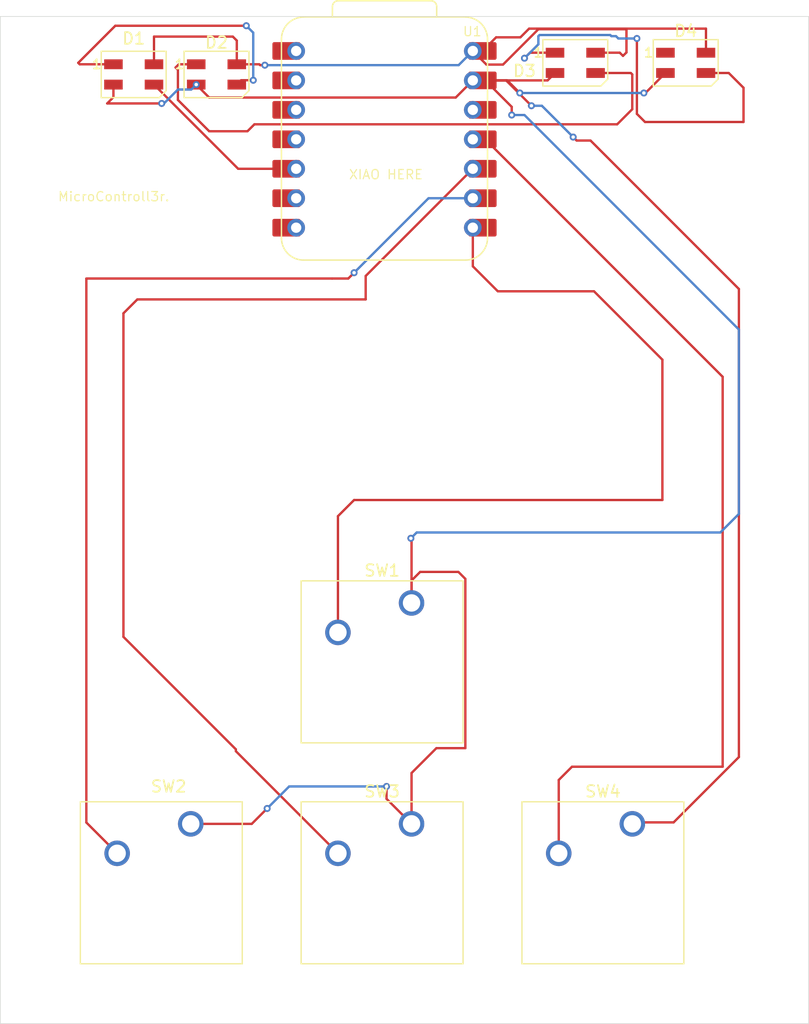
<source format=kicad_pcb>
(kicad_pcb (version 20241229) (generator "pcbnew") (generator_version "9.0")
  (layers (0 "F.Cu" signal) (2 "B.Cu" signal) (13 "F.Paste" user) (15 "B.Paste" user) (5 "F.SilkS" user "F.Silkscreen") (7 "B.SilkS" user "B.Silkscreen") (1 "F.Mask" user) (3 "B.Mask" user) (25 "Edge.Cuts" user))
  (net 0 "")
  (net 1 "Net-(D1-DOUT)")
  (net 2 "GND")
  (net 3 "+5V")
  (net 4 "Net-(D1-DIN)")
  (net 5 "Net-(D2-DOUT)")
  (net 6 "Net-(D3-DOUT)")
  (net 8 "Net-(U1-GPIO1{slash}RX)")
  (net 9 "Net-(U1-GPIO2{slash}SCK)")
  (net 10 "Net-(U1-GPIO4{slash}MISO)")
  (net 11 "Net-(U1-GPIO3{slash}MOSI)")
  (footprint "Button_Switch_Keyboard:SW_Cherry_MX_1.00u_PCB" (layer "F.Cu") (at 192.3575 120.62625)
    (property "Reference" "SW3" (at -2.54 -2.794 0) (layer "F.SilkS"))
    (property "Value" "SW_Push")
    (fp_line (start -9.525 -1.905) (end 4.445 -1.905) (stroke (width 0.12)) (layer "F.SilkS"))
    (fp_line (start -9.525 12.065) (end -9.525 -1.905) (stroke (width 0.12)) (layer "F.SilkS"))
    (fp_line (start 4.445 -1.905) (end 4.445 12.065) (stroke (width 0.12)) (layer "F.SilkS"))
    (fp_line (start 4.445 12.065) (end -9.525 12.065) (stroke (width 0.12)) (layer "F.SilkS"))
    (pad "" np_thru_hole circle (at -7.62 5.08) (size 1.7 1.7) (drill 1.7) (layers "*.Cu" "*.Mask"))
    (pad "" np_thru_hole circle (at -2.54 5.08) (size 4 4) (drill 4) (layers "*.Cu" "*.Mask"))
    (pad "" np_thru_hole circle (at 2.54 5.08) (size 1.7 1.7) (drill 1.7) (layers "*.Cu" "*.Mask"))
    (pad "1" thru_hole circle (at 0 0) (size 2.2 2.2) (drill 1.5) (layers "*.Cu" "*.Mask") (net 2 "GND"))
    (pad "2" thru_hole circle (at -6.35 2.54) (size 2.2 2.2) (drill 1.5) (layers "*.Cu" "*.Mask") (net 10 "Net-(U1-GPIO4{slash}MISO)"))
  )
  (footprint "Button_Switch_Keyboard:SW_Cherry_MX_1.00u_PCB" (layer "F.Cu") (at 173.3075 120.62625)
    (property "Reference" "SW2" (at -1.9075 -3.22625 0) (layer "F.SilkS"))
    (property "Value" "SW_Push")
    (fp_line (start -9.525 -1.905) (end 4.445 -1.905) (stroke (width 0.12)) (layer "F.SilkS"))
    (fp_line (start -9.525 12.065) (end -9.525 -1.905) (stroke (width 0.12)) (layer "F.SilkS"))
    (fp_line (start 4.445 -1.905) (end 4.445 12.065) (stroke (width 0.12)) (layer "F.SilkS"))
    (fp_line (start 4.445 12.065) (end -9.525 12.065) (stroke (width 0.12)) (layer "F.SilkS"))
    (pad "" np_thru_hole circle (at -7.62 5.08) (size 1.7 1.7) (drill 1.7) (layers "*.Cu" "*.Mask"))
    (pad "" np_thru_hole circle (at -2.54 5.08) (size 4 4) (drill 4) (layers "*.Cu" "*.Mask"))
    (pad "" np_thru_hole circle (at 2.54 5.08) (size 1.7 1.7) (drill 1.7) (layers "*.Cu" "*.Mask"))
    (pad "1" thru_hole circle (at 0 0) (size 2.2 2.2) (drill 1.5) (layers "*.Cu" "*.Mask") (net 2 "GND"))
    (pad "2" thru_hole circle (at -6.35 2.54) (size 2.2 2.2) (drill 1.5) (layers "*.Cu" "*.Mask") (net 9 "Net-(U1-GPIO2{slash}SCK)"))
  )
  (footprint "LED_SMD:LED_SK6812MINI_PLCC4_3.5x3.5mm_P1.75mm" (layer "F.Cu") (at 216.01125 55)
    (property "Reference" "D4" (at 0 -2.75 0) (layer "F.SilkS"))
    (property "Value" "SK6812MINI")
    (fp_line (start -2.8 -2) (end -2.8 2) (stroke (width 0.12)) (layer "F.SilkS"))
    (fp_line (start -2.8 -2) (end 2.8 -2) (stroke (width 0.12)) (layer "F.SilkS"))
    (fp_line (start -2.8 2) (end 2.2 2) (stroke (width 0.12)) (layer "F.SilkS"))
    (fp_line (start 2.8 1.4) (end 2.2 2) (stroke (width 0.12)) (layer "F.SilkS"))
    (fp_line (start 2.8 1.4) (end 2.8 -2) (stroke (width 0.12)) (layer "F.SilkS"))
    (fp_text user "1" (at -3.2 -0.875 0) (layer "F.SilkS") (effects (font (size 0.8 0.8))))
    (pad "1" smd rect (at -1.75 -0.875) (size 1.6 0.85) (layers "F.Cu" "F.Mask" "F.Paste"))
    (pad "2" smd rect (at -1.75 0.875) (size 1.6 0.85) (layers "F.Cu" "F.Mask" "F.Paste") (net 2 "GND"))
    (pad "3" smd rect (at 1.75 0.875) (size 1.6 0.85) (layers "F.Cu" "F.Mask" "F.Paste") (net 6 "Net-(D3-DOUT)"))
    (pad "4" smd rect (at 1.75 -0.875) (size 1.6 0.85) (layers "F.Cu" "F.Mask" "F.Paste") (net 3 "+5V"))
  )
  (footprint "Button_Switch_Keyboard:SW_Cherry_MX_1.00u_PCB" (layer "F.Cu") (at 211.4075 120.62625)
    (property "Reference" "SW4" (at -2.54 -2.794 0) (layer "F.SilkS"))
    (property "Value" "SW_Push")
    (fp_line (start -9.525 -1.905) (end 4.445 -1.905) (stroke (width 0.12)) (layer "F.SilkS"))
    (fp_line (start -9.525 12.065) (end -9.525 -1.905) (stroke (width 0.12)) (layer "F.SilkS"))
    (fp_line (start 4.445 -1.905) (end 4.445 12.065) (stroke (width 0.12)) (layer "F.SilkS"))
    (fp_line (start 4.445 12.065) (end -9.525 12.065) (stroke (width 0.12)) (layer "F.SilkS"))
    (pad "" np_thru_hole circle (at -7.62 5.08) (size 1.7 1.7) (drill 1.7) (layers "*.Cu" "*.Mask"))
    (pad "" np_thru_hole circle (at -2.54 5.08) (size 4 4) (drill 4) (layers "*.Cu" "*.Mask"))
    (pad "" np_thru_hole circle (at 2.54 5.08) (size 1.7 1.7) (drill 1.7) (layers "*.Cu" "*.Mask"))
    (pad "1" thru_hole circle (at 0 0) (size 2.2 2.2) (drill 1.5) (layers "*.Cu" "*.Mask") (net 2 "GND"))
    (pad "2" thru_hole circle (at -6.35 2.54) (size 2.2 2.2) (drill 1.5) (layers "*.Cu" "*.Mask") (net 11 "Net-(U1-GPIO3{slash}MOSI)"))
  )
  (footprint "Button_Switch_Keyboard:SW_Cherry_MX_1.00u_PCB" (layer "F.Cu") (at 192.3575 101.57625)
    (property "Reference" "SW1" (at -2.54 -2.794 0) (layer "F.SilkS"))
    (property "Value" "SW_Push")
    (fp_line (start -9.525 -1.905) (end 4.445 -1.905) (stroke (width 0.12)) (layer "F.SilkS"))
    (fp_line (start -9.525 12.065) (end -9.525 -1.905) (stroke (width 0.12)) (layer "F.SilkS"))
    (fp_line (start 4.445 -1.905) (end 4.445 12.065) (stroke (width 0.12)) (layer "F.SilkS"))
    (fp_line (start 4.445 12.065) (end -9.525 12.065) (stroke (width 0.12)) (layer "F.SilkS"))
    (pad "" np_thru_hole circle (at -7.62 5.08) (size 1.7 1.7) (drill 1.7) (layers "*.Cu" "*.Mask"))
    (pad "" np_thru_hole circle (at -2.54 5.08) (size 4 4) (drill 4) (layers "*.Cu" "*.Mask"))
    (pad "" np_thru_hole circle (at 2.54 5.08) (size 1.7 1.7) (drill 1.7) (layers "*.Cu" "*.Mask"))
    (pad "1" thru_hole circle (at 0 0) (size 2.2 2.2) (drill 1.5) (layers "*.Cu" "*.Mask") (net 2 "GND"))
    (pad "2" thru_hole circle (at -6.35 2.54) (size 2.2 2.2) (drill 1.5) (layers "*.Cu" "*.Mask") (net 8 "Net-(U1-GPIO1{slash}RX)"))
  )
  (footprint "folder1:XIAO-RP2040-DIP" (layer "F.Cu") (at 190.02375 61.595)
    (property "Reference" "U1" (at 7.57625 -9.295 0) (layer "F.SilkS") (effects (font (size 0.8 0.8) (thickness 0.1))))
    (property "Value" "XIAO-RP2040-DIP")
    (fp_line (start -8.89 8.509) (end -8.89 -8.636) (stroke (width 0.127)) (layer "F.SilkS"))
    (fp_line (start -6.985 10.414) (end 6.985 10.414) (stroke (width 0.127)) (layer "F.SilkS"))
    (fp_line (start -4.495 -10.541) (end -4.491272 -11.451272) (stroke (width 0.127)) (layer "F.SilkS"))
    (fp_line (start -3.991272 -11.951) (end 4.004 -11.951) (stroke (width 0.127)) (layer "F.SilkS"))
    (fp_line (start 4.504 -11.451) (end 4.504 -10.541) (stroke (width 0.127)) (layer "F.SilkS"))
    (fp_line (start 6.985 -10.541) (end -6.985 -10.541) (stroke (width 0.1)) (layer "F.SilkS"))
    (fp_line (start 8.89 8.509) (end 8.89 -8.636) (stroke (width 0.127)) (layer "F.SilkS"))
    (fp_arc (start -8.89 -8.636) (mid -8.332038 -9.983038) (end -6.985 -10.541) (stroke (width 0.127)) (layer "F.SilkS"))
    (fp_arc (start -6.985 10.414) (mid -8.332038 9.856038) (end -8.89 8.509) (stroke (width 0.127)) (layer "F.SilkS"))
    (fp_arc (start -4.491272 -11.451272) (mid -4.344728 -11.80464) (end -3.991272 -11.951) (stroke (width 0.127)) (layer "F.SilkS"))
    (fp_arc (start 4.004 -11.951) (mid 4.357553 -11.804553) (end 4.504 -11.451) (stroke (width 0.127)) (layer "F.SilkS"))
    (fp_arc (start 6.985 -10.541) (mid 8.332038 -9.983038) (end 8.89 -8.636) (stroke (width 0.127)) (layer "F.SilkS"))
    (fp_arc (start 8.89 8.509) (mid 8.332038 9.856038) (end 6.985 10.414) (stroke (width 0.127)) (layer "F.SilkS"))
    (pad "1" smd roundrect (at -8.455 -7.62 180) (size 2.432 1.524) (layers "F.Cu" "F.Mask") (roundrect_rratio 0.1))
    (pad "1" thru_hole circle (at -7.62 -7.62 180) (size 1.524 1.524) (drill 0.889) (layers "*.Cu" "*.Mask"))
    (pad "2" smd roundrect (at -8.455 -5.08 180) (size 2.432 1.524) (layers "F.Cu" "F.Mask") (roundrect_rratio 0.1))
    (pad "2" thru_hole circle (at -7.62 -5.08 180) (size 1.524 1.524) (drill 0.889) (layers "*.Cu" "*.Mask"))
    (pad "3" smd roundrect (at -8.455 -2.54 180) (size 2.432 1.524) (layers "F.Cu" "F.Mask") (roundrect_rratio 0.1))
    (pad "3" thru_hole circle (at -7.62 -2.54 180) (size 1.524 1.524) (drill 0.889) (layers "*.Cu" "*.Mask"))
    (pad "4" smd roundrect (at -8.455 0 180) (size 2.432 1.524) (layers "F.Cu" "F.Mask") (roundrect_rratio 0.1))
    (pad "4" thru_hole circle (at -7.62 0 180) (size 1.524 1.524) (drill 0.889) (layers "*.Cu" "*.Mask"))
    (pad "5" smd roundrect (at -8.455 2.54 180) (size 2.432 1.524) (layers "F.Cu" "F.Mask") (roundrect_rratio 0.1) (net 4 "Net-(D1-DIN)"))
    (pad "5" thru_hole circle (at -7.62 2.54 180) (size 1.524 1.524) (drill 0.889) (layers "*.Cu" "*.Mask") (net 4 "Net-(D1-DIN)"))
    (pad "6" smd roundrect (at -8.455 5.08 180) (size 2.432 1.524) (layers "F.Cu" "F.Mask") (roundrect_rratio 0.1))
    (pad "6" thru_hole circle (at -7.62 5.08 180) (size 1.524 1.524) (drill 0.889) (layers "*.Cu" "*.Mask"))
    (pad "7" smd roundrect (at -8.455 7.62 180) (size 2.432 1.524) (layers "F.Cu" "F.Mask") (roundrect_rratio 0.1))
    (pad "7" thru_hole circle (at -7.62 7.62 180) (size 1.524 1.524) (drill 0.889) (layers "*.Cu" "*.Mask"))
    (pad "8" thru_hole circle (at 7.62 7.62) (size 1.524 1.524) (drill 0.889) (layers "*.Cu" "*.Mask") (net 8 "Net-(U1-GPIO1{slash}RX)"))
    (pad "8" smd roundrect (at 8.455 7.62) (size 2.432 1.524) (layers "F.Cu" "F.Mask") (roundrect_rratio 0.1) (net 8 "Net-(U1-GPIO1{slash}RX)"))
    (pad "9" thru_hole circle (at 7.62 5.08) (size 1.524 1.524) (drill 0.889) (layers "*.Cu" "*.Mask") (net 9 "Net-(U1-GPIO2{slash}SCK)"))
    (pad "9" smd roundrect (at 8.455 5.08) (size 2.432 1.524) (layers "F.Cu" "F.Mask") (roundrect_rratio 0.1) (net 9 "Net-(U1-GPIO2{slash}SCK)"))
    (pad "10" thru_hole circle (at 7.62 2.54) (size 1.524 1.524) (drill 0.889) (layers "*.Cu" "*.Mask") (net 10 "Net-(U1-GPIO4{slash}MISO)"))
    (pad "10" smd roundrect (at 8.455 2.54) (size 2.432 1.524) (layers "F.Cu" "F.Mask") (roundrect_rratio 0.1) (net 10 "Net-(U1-GPIO4{slash}MISO)"))
    (pad "11" thru_hole circle (at 7.62 0) (size 1.524 1.524) (drill 0.889) (layers "*.Cu" "*.Mask") (net 11 "Net-(U1-GPIO3{slash}MOSI)"))
    (pad "11" smd roundrect (at 8.455 0) (size 2.432 1.524) (layers "F.Cu" "F.Mask") (roundrect_rratio 0.1) (net 11 "Net-(U1-GPIO3{slash}MOSI)"))
    (pad "12" thru_hole circle (at 7.62 -2.54) (size 1.524 1.524) (drill 0.889) (layers "*.Cu" "*.Mask"))
    (pad "12" smd roundrect (at 8.455 -2.54) (size 2.432 1.524) (layers "F.Cu" "F.Mask") (roundrect_rratio 0.1))
    (pad "13" thru_hole circle (at 7.62 -5.08) (size 1.524 1.524) (drill 0.889) (layers "*.Cu" "*.Mask") (net 2 "GND"))
    (pad "13" smd roundrect (at 8.455 -5.08) (size 2.432 1.524) (layers "F.Cu" "F.Mask") (roundrect_rratio 0.1) (net 2 "GND"))
    (pad "14" thru_hole circle (at 7.62 -7.62) (size 1.524 1.524) (drill 0.889) (layers "*.Cu" "*.Mask") (net 3 "+5V"))
    (pad "14" smd roundrect (at 8.455 -7.62) (size 2.432 1.524) (layers "F.Cu" "F.Mask") (roundrect_rratio 0.1) (net 3 "+5V"))
  )
  (footprint "LED_SMD:LED_SK6812MINI_PLCC4_3.5x3.5mm_P1.75mm" (layer "F.Cu") (at 175.53 56)
    (property "Reference" "D2" (at 0 -2.75 0) (layer "F.SilkS"))
    (property "Value" "SK6812MINI")
    (fp_line (start -2.8 -2) (end -2.8 2) (stroke (width 0.12)) (layer "F.SilkS"))
    (fp_line (start -2.8 -2) (end 2.8 -2) (stroke (width 0.12)) (layer "F.SilkS"))
    (fp_line (start -2.8 2) (end 2.2 2) (stroke (width 0.12)) (layer "F.SilkS"))
    (fp_line (start 2.8 1.4) (end 2.2 2) (stroke (width 0.12)) (layer "F.SilkS"))
    (fp_line (start 2.8 1.4) (end 2.8 -2) (stroke (width 0.12)) (layer "F.SilkS"))
    (fp_text user "1" (at -3.2 -0.875 0) (layer "F.SilkS") (effects (font (size 0.8 0.8))))
    (pad "1" smd rect (at -1.75 -0.875) (size 1.6 0.85) (layers "F.Cu" "F.Mask" "F.Paste") (net 5 "Net-(D2-DOUT)"))
    (pad "2" smd rect (at -1.75 0.875) (size 1.6 0.85) (layers "F.Cu" "F.Mask" "F.Paste") (net 2 "GND"))
    (pad "3" smd rect (at 1.75 0.875) (size 1.6 0.85) (layers "F.Cu" "F.Mask" "F.Paste") (net 1 "Net-(D1-DOUT)"))
    (pad "4" smd rect (at 1.75 -0.875) (size 1.6 0.85) (layers "F.Cu" "F.Mask" "F.Paste") (net 3 "+5V"))
  )
  (footprint "LED_SMD:LED_SK6812MINI_PLCC4_3.5x3.5mm_P1.75mm" (layer "F.Cu") (at 206.48625 55)
    (property "Reference" "D3" (at -4.38625 0.7 0) (layer "F.SilkS"))
    (property "Value" "SK6812MINI")
    (fp_line (start -2.8 -2) (end -2.8 2) (stroke (width 0.12)) (layer "F.SilkS"))
    (fp_line (start -2.8 -2) (end 2.8 -2) (stroke (width 0.12)) (layer "F.SilkS"))
    (fp_line (start -2.8 2) (end 2.2 2) (stroke (width 0.12)) (layer "F.SilkS"))
    (fp_line (start 2.8 1.4) (end 2.2 2) (stroke (width 0.12)) (layer "F.SilkS"))
    (fp_line (start 2.8 1.4) (end 2.8 -2) (stroke (width 0.12)) (layer "F.SilkS"))
    (fp_text user "1" (at -3.2 -0.875 0) (layer "F.SilkS") (effects (font (size 0.8 0.8))))
    (pad "1" smd rect (at -1.75 -0.875) (size 1.6 0.85) (layers "F.Cu" "F.Mask" "F.Paste") (net 6 "Net-(D3-DOUT)"))
    (pad "2" smd rect (at -1.75 0.875) (size 1.6 0.85) (layers "F.Cu" "F.Mask" "F.Paste") (net 2 "GND"))
    (pad "3" smd rect (at 1.75 0.875) (size 1.6 0.85) (layers "F.Cu" "F.Mask" "F.Paste") (net 5 "Net-(D2-DOUT)"))
    (pad "4" smd rect (at 1.75 -0.875) (size 1.6 0.85) (layers "F.Cu" "F.Mask" "F.Paste") (net 3 "+5V"))
  )
  (footprint "LED_SMD:LED_SK6812MINI_PLCC4_3.5x3.5mm_P1.75mm" (layer "F.Cu") (at 168.38625 56)
    (property "Reference" "D1" (at 0 -3.1 0) (layer "F.SilkS"))
    (property "Value" "SK6812MINI")
    (fp_line (start -2.8 -2) (end -2.8 2) (stroke (width 0.12)) (layer "F.SilkS"))
    (fp_line (start -2.8 -2) (end 2.8 -2) (stroke (width 0.12)) (layer "F.SilkS"))
    (fp_line (start -2.8 2) (end 2.2 2) (stroke (width 0.12)) (layer "F.SilkS"))
    (fp_line (start 2.8 1.4) (end 2.2 2) (stroke (width 0.12)) (layer "F.SilkS"))
    (fp_line (start 2.8 1.4) (end 2.8 -2) (stroke (width 0.12)) (layer "F.SilkS"))
    (fp_text user "1" (at -3.2 -0.875 0) (layer "F.SilkS") (effects (font (size 0.8 0.8))))
    (pad "1" smd rect (at -1.75 -0.875) (size 1.6 0.85) (layers "F.Cu" "F.Mask" "F.Paste") (net 1 "Net-(D1-DOUT)"))
    (pad "2" smd rect (at -1.75 0.875) (size 1.6 0.85) (layers "F.Cu" "F.Mask" "F.Paste") (net 2 "GND"))
    (pad "3" smd rect (at 1.75 0.875) (size 1.6 0.85) (layers "F.Cu" "F.Mask" "F.Paste") (net 4 "Net-(D1-DIN)"))
    (pad "4" smd rect (at 1.75 -0.875) (size 1.6 0.85) (layers "F.Cu" "F.Mask" "F.Paste") (net 3 "+5V"))
  )
  (gr_rect (start 156.875 51) (end 226.625 137.846) (stroke (width 0.05)) (fill no) (layer "Edge.Cuts"))
  (gr_text "MicroControll3r." (at 161.8 67 0) (layer "F.SilkS") (effects (font (size 0.8 0.8) (thickness 0.1)) (justify left bottom)))
  (gr_text "XIAO HERE" (at 186.9 65.1 0) (layer "F.SilkS") (effects (font (size 0.8 0.8) (thickness 0.1)) (justify left bottom)))
  (segment (start 163.725 55.125) (end 163.6 55) (width 0.2) (layer "F.Cu") (net 1))
  (segment (start 166.63625 55.125) (end 163.725 55.125) (width 0.2) (layer "F.Cu") (net 1))
  (segment (start 166.8 51.8) (end 178.1 51.8) (width 0.2) (layer "F.Cu") (net 1))
  (segment (start 163.6 55) (end 166.8 51.8) (width 0.2) (layer "F.Cu") (net 1))
  (segment (start 178.7 56.5) (end 177.655 56.5) (width 0.2) (layer "F.Cu") (net 1))
  (segment (start 177.655 56.5) (end 177.28 56.875) (width 0.2) (layer "F.Cu") (net 1))
  (via (at 178.7 56.5) (size 0.6) (drill 0.3) (layers "F.Cu" "B.Cu") (net 1))
  (via (at 178.1 51.8) (size 0.6) (drill 0.3) (layers "F.Cu" "B.Cu") (net 1))
  (segment (start 178.1 51.8) (end 178.7 52.4) (width 0.2) (layer "B.Cu") (net 1))
  (segment (start 178.7 56.5) (end 178.7 56.7) (width 0.2) (layer "B.Cu") (net 1))
  (segment (start 178.7 52.4) (end 178.7 56.5) (width 0.2) (layer "B.Cu") (net 1))
  (segment (start 201 59.5) (end 201 58.79362) (width 0.2) (layer "F.Cu") (net 2))
  (segment (start 194.5 114.1) (end 197 114.1) (width 0.2) (layer "F.Cu") (net 2))
  (segment (start 178.57375 120.62625) (end 179.7 119.5) (width 0.2) (layer "F.Cu") (net 2))
  (segment (start 214.26125 55.875) (end 212.53625 57.6) (width 0.2) (layer "F.Cu") (net 2))
  (segment (start 173.3075 120.62625) (end 178.57375 120.62625) (width 0.2) (layer "F.Cu") (net 2))
  (segment (start 179.7 119.5) (end 179.9 119.3) (width 0.2) (layer "F.Cu") (net 2))
  (segment (start 201.7 57.6) (end 200.615 56.515) (width 0.2) (layer "F.Cu") (net 2))
  (segment (start 166.1 58.5) (end 170.8 58.5) (width 0.2) (layer "F.Cu") (net 2))
  (segment (start 173.78 56.875) (end 174.897 57.992) (width 0.2) (layer "F.Cu") (net 2))
  (segment (start 166.63625 57.96375) (end 166.1 58.5) (width 0.2) (layer "F.Cu") (net 2))
  (segment (start 212.53625 57.6) (end 212.4 57.6) (width 0.2) (layer "F.Cu") (net 2))
  (segment (start 202.7 58.7) (end 200.515 56.515) (width 0.2) (layer "F.Cu") (net 2))
  (segment (start 211 120.5) (end 214.9671 120.5) (width 0.2) (layer "F.Cu") (net 2))
  (segment (start 192.3575 99.6425) (end 192.3575 101.57625) (width 0.2) (layer "F.Cu") (net 2))
  (segment (start 197.64375 56.515) (end 204.09625 56.515) (width 0.2) (layer "F.Cu") (net 2))
  (segment (start 193.1 98.9) (end 192.3575 99.6425) (width 0.2) (layer "F.Cu") (net 2))
  (segment (start 200.515 56.515) (end 198.47875 56.515) (width 0.2) (layer "F.Cu") (net 2))
  (segment (start 192.3575 96.0575) (end 192.3575 101.57625) (width 0.2) (layer "F.Cu") (net 2))
  (segment (start 192.3 96) (end 192.3575 96.0575) (width 0.2) (layer "F.Cu") (net 2))
  (segment (start 214.9671 120.5) (end 220.6 114.8671) (width 0.2) (layer "F.Cu") (net 2))
  (segment (start 220.6 74.5) (end 207.8 61.7) (width 0.2) (layer "F.Cu") (net 2))
  (segment (start 206.6 61.7) (end 206.3 61.4) (width 0.2) (layer "F.Cu") (net 2))
  (segment (start 201 58.79362) (end 198.72138 56.515) (width 0.2) (layer "F.Cu") (net 2))
  (segment (start 190.2 117.4) (end 190.2 118.46875) (width 0.2) (layer "F.Cu") (net 2))
  (segment (start 211.4075 120.62625) (end 211.12625 120.62625) (width 0.2) (layer "F.Cu") (net 2))
  (segment (start 190.2 118.46875) (end 192.3575 120.62625) (width 0.2) (layer "F.Cu") (net 2))
  (segment (start 196.4 98.9) (end 193.1 98.9) (width 0.2) (layer "F.Cu") (net 2))
  (segment (start 192.3575 116.2425) (end 194.5 114.1) (width 0.2) (layer "F.Cu") (net 2))
  (segment (start 204.09625 56.515) (end 204.73625 55.875) (width 0.2) (layer "F.Cu") (net 2))
  (segment (start 197 99.5) (end 196.4 98.9) (width 0.2) (layer "F.Cu") (net 2))
  (segment (start 192.3575 120.62625) (end 192.3575 116.2425) (width 0.2) (layer "F.Cu") (net 2))
  (segment (start 198.72138 56.515) (end 197.64375 56.515) (width 0.2) (layer "F.Cu") (net 2))
  (segment (start 196.16675 57.992) (end 197.64375 56.515) (width 0.2) (layer "F.Cu") (net 2))
  (segment (start 197 114.1) (end 197 99.5) (width 0.2) (layer "F.Cu") (net 2))
  (segment (start 207.8 61.7) (end 206.6 61.7) (width 0.2) (layer "F.Cu") (net 2))
  (segment (start 200.615 56.515) (end 198.47875 56.515) (width 0.2) (layer "F.Cu") (net 2))
  (segment (start 166.63625 56.875) (end 166.63625 57.96375) (width 0.2) (layer "F.Cu") (net 2))
  (segment (start 220.6 114.8671) (end 220.6 74.5) (width 0.2) (layer "F.Cu") (net 2))
  (segment (start 174.897 57.992) (end 196.16675 57.992) (width 0.2) (layer "F.Cu") (net 2))
  (segment (start 211.12625 120.62625) (end 211 120.5) (width 0.2) (layer "F.Cu") (net 2))
  (via (at 212.4 57.6) (size 0.6) (drill 0.3) (layers "F.Cu" "B.Cu") (net 2))
  (via (at 201.7 57.6) (size 0.6) (drill 0.3) (layers "F.Cu" "B.Cu") (net 2))
  (via (at 192.3 96) (size 0.6) (drill 0.3) (layers "F.Cu" "B.Cu") (net 2))
  (via (at 206.3 61.4) (size 0.6) (drill 0.3) (layers "F.Cu" "B.Cu") (net 2))
  (via (at 179.9 119.3) (size 0.6) (drill 0.3) (layers "F.Cu" "B.Cu") (net 2))
  (via (at 202.7 58.7) (size 0.6) (drill 0.3) (layers "F.Cu" "B.Cu") (net 2))
  (via (at 201 59.5) (size 0.6) (drill 0.3) (layers "F.Cu" "B.Cu") (net 2))
  (via (at 170.8 58.5) (size 0.6) (drill 0.3) (layers "F.Cu" "B.Cu") (net 2))
  (via (at 173.78 56.875) (size 0.6) (drill 0.3) (layers "F.Cu" "B.Cu") (net 2))
  (via (at 190.2 117.4) (size 0.6) (drill 0.3) (layers "F.Cu" "B.Cu") (net 2))
  (segment (start 170.8 58.5) (end 171 58.5) (width 0.2) (layer "B.Cu") (net 2))
  (segment (start 171 58.5) (end 172.2 57.3) (width 0.2) (layer "B.Cu") (net 2))
  (segment (start 220.6 78) (end 220.6 93.9) (width 0.2) (layer "B.Cu") (net 2))
  (segment (start 206.3 61.4) (end 203.6 58.7) (width 0.2) (layer "B.Cu") (net 2))
  (segment (start 181.8 117.4) (end 190.2 117.4) (width 0.2) (layer "B.Cu") (net 2))
  (segment (start 220.6 93.9) (end 219 95.5) (width 0.2) (layer "B.Cu") (net 2))
  (segment (start 219 95.5) (end 192.8 95.5) (width 0.2) (layer "B.Cu") (net 2))
  (segment (start 212.4 57.6) (end 201.7 57.6) (width 0.2) (layer "B.Cu") (net 2))
  (segment (start 202.1 59.5) (end 220.6 78) (width 0.2) (layer "B.Cu") (net 2))
  (segment (start 173.355 57.3) (end 173.78 56.875) (width 0.2) (layer "B.Cu") (net 2))
  (segment (start 172.2 57.3) (end 173.355 57.3) (width 0.2) (layer "B.Cu") (net 2))
  (segment (start 179.9 119.3) (end 181.8 117.4) (width 0.2) (layer "B.Cu") (net 2))
  (segment (start 201 59.5) (end 202.1 59.5) (width 0.2) (layer "B.Cu") (net 2))
  (segment (start 192.8 95.5) (end 192.3 96) (width 0.2) (layer "B.Cu") (net 2))
  (segment (start 203.6 58.7) (end 202.7 58.7) (width 0.2) (layer "B.Cu") (net 2))
  (segment (start 179.7 55.2) (end 179.3 55.2) (width 0.2) (layer "F.Cu") (net 3))
  (segment (start 202.5 52.05) (end 217.76125 52.05) (width 0.2) (layer "F.Cu") (net 3))
  (segment (start 210.9 52.1) (end 210.9 54.1) (width 0.2) (layer "F.Cu") (net 3))
  (segment (start 170.13625 52.73625) (end 170.13625 55.125) (width 0.2) (layer "F.Cu") (net 3))
  (segment (start 210.325 54.125) (end 208.23625 54.125) (width 0.2) (layer "F.Cu") (net 3))
  (segment (start 197.64375 53.975) (end 198.81775 55.149) (width 0.2) (layer "F.Cu") (net 3))
  (segment (start 201.75 52.8) (end 202.5 52.05) (width 0.2) (layer "F.Cu") (net 3))
  (segment (start 177.28 55.125) (end 177.28 53.08) (width 0.2) (layer "F.Cu") (net 3))
  (segment (start 210.6 54.4) (end 210.325 54.125) (width 0.2) (layer "F.Cu") (net 3))
  (segment (start 170.13625 52.73625) (end 176.93625 52.73625) (width 0.2) (layer "F.Cu") (net 3))
  (segment (start 176.93625 52.73625) (end 177.28 53.08) (width 0.2) (layer "F.Cu") (net 3))
  (segment (start 201.75 52.8) (end 199.65375 52.8) (width 0.2) (layer "F.Cu") (net 3))
  (segment (start 198.81775 55.149) (end 200.251 55.149) (width 0.2) (layer "F.Cu") (net 3))
  (segment (start 179.3 55.2) (end 179.225 55.125) (width 0.2) (layer "F.Cu") (net 3))
  (segment (start 199.65375 52.8) (end 198.47875 53.975) (width 0.2) (layer "F.Cu") (net 3))
  (segment (start 203.3 52.1) (end 210.9 52.1) (width 0.2) (layer "F.Cu") (net 3))
  (segment (start 210.9 54.1) (end 210.6 54.4) (width 0.2) (layer "F.Cu") (net 3))
  (segment (start 179.225 55.125) (end 177.28 55.125) (width 0.2) (layer "F.Cu") (net 3))
  (segment (start 217.76125 54.125) (end 217.76125 52.05) (width 0.2) (layer "F.Cu") (net 3))
  (segment (start 200.251 55.149) (end 203.3 52.1) (width 0.2) (layer "F.Cu") (net 3))
  (via (at 179.7 55.2) (size 0.6) (drill 0.3) (layers "F.Cu" "B.Cu") (net 3))
  (segment (start 196.41875 55.2) (end 179.7 55.2) (width 0.2) (layer "B.Cu") (net 3))
  (segment (start 197.64375 53.975) (end 196.41875 55.2) (width 0.2) (layer "B.Cu") (net 3))
  (segment (start 177.39625 64.135) (end 182.40375 64.135) (width 0.2) (layer "F.Cu") (net 4))
  (segment (start 170.13625 56.875) (end 177.39625 64.135) (width 0.2) (layer "F.Cu") (net 4))
  (segment (start 178.8 60.3) (end 210.1 60.3) (width 0.2) (layer "F.Cu") (net 5))
  (segment (start 172.2 58.2) (end 174.9 60.9) (width 0.2) (layer "F.Cu") (net 5))
  (segment (start 211.4 56) (end 211.275 55.875) (width 0.2) (layer "F.Cu") (net 5))
  (segment (start 172.2 55.6) (end 172.2 58.2) (width 0.2) (layer "F.Cu") (net 5))
  (segment (start 173.78 55.125) (end 172.275 55.125) (width 0.2) (layer "F.Cu") (net 5))
  (segment (start 172 55.4) (end 172.2 55.6) (width 0.2) (layer "F.Cu") (net 5))
  (segment (start 210.1 60.3) (end 211.4 59) (width 0.2) (layer "F.Cu") (net 5))
  (segment (start 174.9 60.9) (end 178.2 60.9) (width 0.2) (layer "F.Cu") (net 5))
  (segment (start 211.4 59) (end 211.4 56) (width 0.2) (layer "F.Cu") (net 5))
  (segment (start 211.275 55.875) (end 208.23625 55.875) (width 0.2) (layer "F.Cu") (net 5))
  (segment (start 178.2 60.9) (end 178.8 60.3) (width 0.2) (layer "F.Cu") (net 5))
  (segment (start 172.275 55.125) (end 172 55.4) (width 0.2) (layer "F.Cu") (net 5))
  (segment (start 221 60.1) (end 212.5 60.1) (width 0.2) (layer "F.Cu") (net 6))
  (segment (start 221 57.15) (end 221 60.1) (width 0.2) (layer "F.Cu") (net 6))
  (segment (start 211.8 59.4) (end 211.8 52.9) (width 0.2) (layer "F.Cu") (net 6))
  (segment (start 212.5 60.1) (end 211.8 59.4) (width 0.2) (layer "F.Cu") (net 6))
  (segment (start 219.725 55.875) (end 221 57.15) (width 0.2) (layer "F.Cu") (net 6))
  (segment (start 202.1 54.6) (end 202.575 54.125) (width 0.2) (layer "F.Cu") (net 6))
  (segment (start 202.575 54.125) (end 204.73625 54.125) (width 0.2) (layer "F.Cu") (net 6))
  (segment (start 217.76125 55.875) (end 219.725 55.875) (width 0.2) (layer "F.Cu") (net 6))
  (via (at 211.8 52.9) (size 0.6) (drill 0.3) (layers "F.Cu" "B.Cu") (net 6))
  (via (at 202.1 54.6) (size 0.6) (drill 0.3) (layers "F.Cu" "B.Cu") (net 6))
  (segment (start 210.2 52.9) (end 210 52.7) (width 0.2) (layer "B.Cu") (net 6))
  (segment (start 209.6 52.7) (end 209.5 52.6) (width 0.2) (layer "B.Cu") (net 6))
  (segment (start 209.5 52.6) (end 203.4 52.6) (width 0.2) (layer "B.Cu") (net 6))
  (segment (start 210 52.7) (end 209.6 52.7) (width 0.2) (layer "B.Cu") (net 6))
  (segment (start 203.4 52.6) (end 203.3 52.7) (width 0.2) (layer "B.Cu") (net 6))
  (segment (start 203.3 53.4) (end 202.1 54.6) (width 0.2) (layer "B.Cu") (net 6))
  (segment (start 203.3 52.7) (end 203.3 53.4) (width 0.2) (layer "B.Cu") (net 6))
  (segment (start 211.8 52.9) (end 210.2 52.9) (width 0.2) (layer "B.Cu") (net 6))
  (segment (start 208.1 74.7) (end 214 80.6) (width 0.2) (layer "F.Cu") (net 8))
  (segment (start 187.4 92.7) (end 186.0075 94.0925) (width 0.2) (layer "F.Cu") (net 8))
  (segment (start 197.64375 69.215) (end 197.64375 72.54375) (width 0.2) (layer "F.Cu") (net 8))
  (segment (start 199.8 74.7) (end 208.1 74.7) (width 0.2) (layer "F.Cu") (net 8))
  (segment (start 214 80.6) (end 214 92.7) (width 0.2) (layer "F.Cu") (net 8))
  (segment (start 186.0075 94.0925) (end 186.0075 104.11625) (width 0.2) (layer "F.Cu") (net 8))
  (segment (start 214 92.7) (end 187.4 92.7) (width 0.2) (layer "F.Cu") (net 8))
  (segment (start 197.64375 72.54375) (end 199.8 74.7) (width 0.2) (layer "F.Cu") (net 8))
  (segment (start 164.3 73.6) (end 185.5 73.6) (width 0.2) (layer "F.Cu") (net 9))
  (segment (start 186.9 73.6) (end 187.4 73.1) (width 0.2) (layer "F.Cu") (net 9))
  (segment (start 185.5 73.6) (end 186.9 73.6) (width 0.2) (layer "F.Cu") (net 9))
  (segment (start 164.3 120.50875) (end 164.3 73.6) (width 0.2) (layer "F.Cu") (net 9))
  (segment (start 166.9575 123.16625) (end 164.3 120.50875) (width 0.2) (layer "F.Cu") (net 9))
  (via (at 187.4 73.1) (size 0.6) (drill 0.3) (layers "F.Cu" "B.Cu") (net 9))
  (segment (start 193.825 66.675) (end 197.64375 66.675) (width 0.2) (layer "B.Cu") (net 9))
  (segment (start 187.4 73.1) (end 193.825 66.675) (width 0.2) (layer "B.Cu") (net 9))
  (segment (start 197.64375 64.135) (end 188.4 73.37875) (width 0.2) (layer "F.Cu") (net 10))
  (segment (start 168.7 75.4) (end 167.5 76.6) (width 0.2) (layer "F.Cu") (net 10))
  (segment (start 167.5 104.5) (end 177.2 114.2) (width 0.2) (layer "F.Cu") (net 10))
  (segment (start 177.2 114.2) (end 177.2 114.35875) (width 0.2) (layer "F.Cu") (net 10))
  (segment (start 177.2 114.35875) (end 186.0075 123.16625) (width 0.2) (layer "F.Cu") (net 10))
  (segment (start 188.4 75.4) (end 168.7 75.4) (width 0.2) (layer "F.Cu") (net 10))
  (segment (start 188.4 73.37875) (end 188.4 75.4) (width 0.2) (layer "F.Cu") (net 10))
  (segment (start 167.5 76.6) (end 167.5 104.5) (width 0.2) (layer "F.Cu") (net 10))
  (segment (start 219.2 82.07362) (end 219.2 115.7) (width 0.2) (layer "F.Cu") (net 11))
  (segment (start 219.2 115.7) (end 206.2 115.7) (width 0.2) (layer "F.Cu") (net 11))
  (segment (start 206.2 115.7) (end 205.0575 116.8425) (width 0.2) (layer "F.Cu") (net 11))
  (segment (start 197.64375 61.595) (end 198.72138 61.595) (width 0.2) (layer "F.Cu") (net 11))
  (segment (start 198.72138 61.595) (end 219.2 82.07362) (width 0.2) (layer "F.Cu") (net 11))
  (segment (start 205.0575 116.8425) (end 205.0575 123.16625) (width 0.2) (layer "F.Cu") (net 11))
)
</source>
